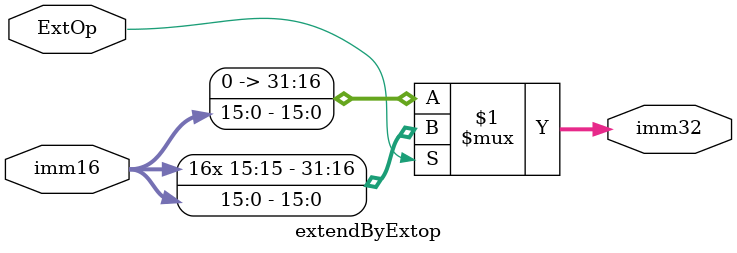
<source format=v>
module extendByExtop(
    input [15:0] imm16,
    input ExtOp,
    output [31:0] imm32
);
    // 1为符号扩展，0为0扩展
    assign imm32 = ExtOp ? {{16{imm16[15]}}, imm16} : {16'b0, imm16};
endmodule
</source>
